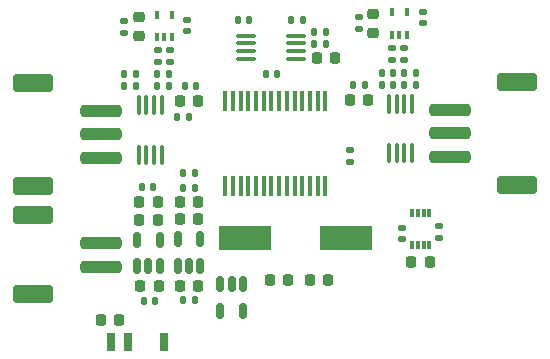
<source format=gbp>
G04 #@! TF.GenerationSoftware,KiCad,Pcbnew,8.0.7*
G04 #@! TF.CreationDate,2025-04-02T23:58:34+11:00*
G04 #@! TF.ProjectId,Ganglion_01,47616e67-6c69-46f6-9e5f-30312e6b6963,01*
G04 #@! TF.SameCoordinates,Original*
G04 #@! TF.FileFunction,Paste,Bot*
G04 #@! TF.FilePolarity,Positive*
%FSLAX46Y46*%
G04 Gerber Fmt 4.6, Leading zero omitted, Abs format (unit mm)*
G04 Created by KiCad (PCBNEW 8.0.7) date 2025-04-02 23:58:34*
%MOMM*%
%LPD*%
G01*
G04 APERTURE LIST*
G04 Aperture macros list*
%AMRoundRect*
0 Rectangle with rounded corners*
0 $1 Rounding radius*
0 $2 $3 $4 $5 $6 $7 $8 $9 X,Y pos of 4 corners*
0 Add a 4 corners polygon primitive as box body*
4,1,4,$2,$3,$4,$5,$6,$7,$8,$9,$2,$3,0*
0 Add four circle primitives for the rounded corners*
1,1,$1+$1,$2,$3*
1,1,$1+$1,$4,$5*
1,1,$1+$1,$6,$7*
1,1,$1+$1,$8,$9*
0 Add four rect primitives between the rounded corners*
20,1,$1+$1,$2,$3,$4,$5,0*
20,1,$1+$1,$4,$5,$6,$7,0*
20,1,$1+$1,$6,$7,$8,$9,0*
20,1,$1+$1,$8,$9,$2,$3,0*%
G04 Aperture macros list end*
%ADD10R,0.300000X0.700000*%
%ADD11RoundRect,0.140000X0.140000X0.170000X-0.140000X0.170000X-0.140000X-0.170000X0.140000X-0.170000X0*%
%ADD12RoundRect,0.225000X-0.225000X-0.250000X0.225000X-0.250000X0.225000X0.250000X-0.225000X0.250000X0*%
%ADD13RoundRect,0.140000X-0.140000X-0.170000X0.140000X-0.170000X0.140000X0.170000X-0.140000X0.170000X0*%
%ADD14RoundRect,0.135000X-0.135000X-0.185000X0.135000X-0.185000X0.135000X0.185000X-0.135000X0.185000X0*%
%ADD15RoundRect,0.135000X0.135000X0.185000X-0.135000X0.185000X-0.135000X-0.185000X0.135000X-0.185000X0*%
%ADD16R,0.700000X1.500000*%
%ADD17RoundRect,0.100000X0.100000X-0.712500X0.100000X0.712500X-0.100000X0.712500X-0.100000X-0.712500X0*%
%ADD18R,0.450000X1.750000*%
%ADD19RoundRect,0.150000X0.150000X-0.512500X0.150000X0.512500X-0.150000X0.512500X-0.150000X-0.512500X0*%
%ADD20RoundRect,0.150000X-0.150000X0.512500X-0.150000X-0.512500X0.150000X-0.512500X0.150000X0.512500X0*%
%ADD21RoundRect,0.225000X0.225000X0.250000X-0.225000X0.250000X-0.225000X-0.250000X0.225000X-0.250000X0*%
%ADD22RoundRect,0.225000X0.250000X-0.225000X0.250000X0.225000X-0.250000X0.225000X-0.250000X-0.225000X0*%
%ADD23RoundRect,0.100000X0.712500X0.100000X-0.712500X0.100000X-0.712500X-0.100000X0.712500X-0.100000X0*%
%ADD24RoundRect,0.250000X1.500000X-0.250000X1.500000X0.250000X-1.500000X0.250000X-1.500000X-0.250000X0*%
%ADD25RoundRect,0.250001X1.449999X-0.499999X1.449999X0.499999X-1.449999X0.499999X-1.449999X-0.499999X0*%
%ADD26RoundRect,0.135000X0.185000X-0.135000X0.185000X0.135000X-0.185000X0.135000X-0.185000X-0.135000X0*%
%ADD27R,0.400000X0.650000*%
%ADD28R,4.500000X2.000000*%
%ADD29RoundRect,0.140000X-0.170000X0.140000X-0.170000X-0.140000X0.170000X-0.140000X0.170000X0.140000X0*%
%ADD30RoundRect,0.250000X-1.500000X0.250000X-1.500000X-0.250000X1.500000X-0.250000X1.500000X0.250000X0*%
%ADD31RoundRect,0.250001X-1.449999X0.499999X-1.449999X-0.499999X1.449999X-0.499999X1.449999X0.499999X0*%
%ADD32RoundRect,0.140000X0.170000X-0.140000X0.170000X0.140000X-0.170000X0.140000X-0.170000X-0.140000X0*%
%ADD33RoundRect,0.135000X-0.185000X0.135000X-0.185000X-0.135000X0.185000X-0.135000X0.185000X0.135000X0*%
G04 APERTURE END LIST*
D10*
X134050000Y-49325000D03*
X134550000Y-49325000D03*
X135050000Y-49325000D03*
X135550000Y-49325000D03*
X135550000Y-52075000D03*
X135050000Y-52075000D03*
X134550000Y-52075000D03*
X134050000Y-52075000D03*
D11*
X132480000Y-38500000D03*
X131520000Y-38500000D03*
X132480000Y-37500000D03*
X131520000Y-37500000D03*
X110680000Y-37600000D03*
X109720000Y-37600000D03*
X110680000Y-38600000D03*
X109720000Y-38600000D03*
D12*
X128825000Y-39800000D03*
X130375000Y-39800000D03*
X114425000Y-39900000D03*
X115975000Y-39900000D03*
X114425000Y-55493750D03*
X115975000Y-55493750D03*
D13*
X114720000Y-56693750D03*
X115680000Y-56693750D03*
X114720000Y-46000000D03*
X115680000Y-46000000D03*
X114720000Y-47193750D03*
X115680000Y-47193750D03*
D12*
X114425000Y-49893750D03*
X115975000Y-49893750D03*
D13*
X114820000Y-38600000D03*
X115780000Y-38600000D03*
D12*
X114425000Y-48393750D03*
X115975000Y-48393750D03*
X111075000Y-55537500D03*
X112625000Y-55537500D03*
D13*
X111370000Y-56837500D03*
X112330000Y-56837500D03*
X111182500Y-47137500D03*
X112142500Y-47137500D03*
D12*
X110975000Y-49937500D03*
X112525000Y-49937500D03*
X110975000Y-48437500D03*
X112525000Y-48437500D03*
D14*
X112490000Y-38600000D03*
X113510000Y-38600000D03*
X133390000Y-38500000D03*
X134410000Y-38500000D03*
X133390000Y-37500000D03*
X134410000Y-37500000D03*
X125790000Y-35000000D03*
X126810000Y-35000000D03*
X112490000Y-37600000D03*
X113510000Y-37600000D03*
X129090000Y-38500000D03*
X130110000Y-38500000D03*
D15*
X115210000Y-41200000D03*
X114190000Y-41200000D03*
D16*
X113050000Y-60237500D03*
X110050000Y-60237500D03*
X108550000Y-60237500D03*
D17*
X134075000Y-44312500D03*
X133425000Y-44312500D03*
X132775000Y-44312500D03*
X132125000Y-44312500D03*
X132125000Y-40087500D03*
X132775000Y-40087500D03*
X133425000Y-40087500D03*
X134075000Y-40087500D03*
X112875000Y-44412500D03*
X112225000Y-44412500D03*
X111575000Y-44412500D03*
X110925000Y-44412500D03*
X110925000Y-40187500D03*
X111575000Y-40187500D03*
X112225000Y-40187500D03*
X112875000Y-40187500D03*
D18*
X118275000Y-39900000D03*
X118925000Y-39900000D03*
X119575000Y-39900000D03*
X120225000Y-39900000D03*
X120875000Y-39900000D03*
X121525000Y-39900000D03*
X122175000Y-39900000D03*
X122825000Y-39900000D03*
X123475000Y-39900000D03*
X124125000Y-39900000D03*
X124775000Y-39900000D03*
X125425000Y-39900000D03*
X126075000Y-39900000D03*
X126725000Y-39900000D03*
X126725000Y-47100000D03*
X126075000Y-47100000D03*
X125425000Y-47100000D03*
X124775000Y-47100000D03*
X124125000Y-47100000D03*
X123475000Y-47100000D03*
X122825000Y-47100000D03*
X122175000Y-47100000D03*
X121525000Y-47100000D03*
X120875000Y-47100000D03*
X120225000Y-47100000D03*
X119575000Y-47100000D03*
X118925000Y-47100000D03*
X118275000Y-47100000D03*
D19*
X116150000Y-53831250D03*
X115200000Y-53831250D03*
X114250000Y-53831250D03*
X114250000Y-51556250D03*
X116150000Y-51556250D03*
D20*
X117850000Y-55362500D03*
X118800000Y-55362500D03*
X119750000Y-55362500D03*
X119750000Y-57637500D03*
X117850000Y-57637500D03*
D19*
X112700000Y-53875000D03*
X111750000Y-53875000D03*
X110800000Y-53875000D03*
X110800000Y-51600000D03*
X112700000Y-51600000D03*
D21*
X109275000Y-58400000D03*
X107725000Y-58400000D03*
D22*
X130800000Y-34075000D03*
X130800000Y-32525000D03*
D12*
X126015000Y-36200000D03*
X127565000Y-36200000D03*
D11*
X122680000Y-37600000D03*
X121720000Y-37600000D03*
D23*
X124212500Y-34325000D03*
X124212500Y-34975000D03*
X124212500Y-35625000D03*
X124212500Y-36275000D03*
X119987500Y-36275000D03*
X119987500Y-35625000D03*
X119987500Y-34975000D03*
X119987500Y-34325000D03*
D12*
X125425000Y-55000000D03*
X126975000Y-55000000D03*
D24*
X107750000Y-53900000D03*
X107750000Y-51900000D03*
D25*
X102000000Y-56250000D03*
X102000000Y-49550000D03*
D12*
X134025000Y-53500000D03*
X135575000Y-53500000D03*
D21*
X123575000Y-55000000D03*
X122025000Y-55000000D03*
D22*
X110950000Y-34325000D03*
X110950000Y-32775000D03*
D26*
X129600000Y-33810000D03*
X129600000Y-32790000D03*
X132400000Y-36410000D03*
X132400000Y-35390000D03*
X109700000Y-34110000D03*
X109700000Y-33090000D03*
D27*
X133650000Y-34250000D03*
X133000000Y-34250000D03*
X132350000Y-34250000D03*
X132350000Y-32350000D03*
X133650000Y-32350000D03*
D26*
X113550000Y-36560000D03*
X113550000Y-35540000D03*
X133400000Y-36410000D03*
X133400000Y-35390000D03*
D27*
X113750000Y-34450000D03*
X113100000Y-34450000D03*
X112450000Y-34450000D03*
X112450000Y-32550000D03*
X113750000Y-32550000D03*
D28*
X119950000Y-51500000D03*
X128450000Y-51500000D03*
D29*
X133200000Y-50620000D03*
X133200000Y-51580000D03*
D14*
X123790000Y-33000000D03*
X124810000Y-33000000D03*
D30*
X137250000Y-40600000D03*
X137250000Y-42600000D03*
X137250000Y-44600000D03*
D31*
X143000000Y-38250000D03*
X143000000Y-46950000D03*
D32*
X115050000Y-33930000D03*
X115050000Y-32970000D03*
X135000000Y-33280000D03*
X135000000Y-32320000D03*
D26*
X136400000Y-51500000D03*
X136400000Y-50480000D03*
D24*
X107750000Y-44700000D03*
X107750000Y-42700000D03*
X107750000Y-40700000D03*
D25*
X102000000Y-47050000D03*
X102000000Y-38350000D03*
D33*
X128800000Y-43990000D03*
X128800000Y-45010000D03*
D15*
X126810000Y-34000000D03*
X125790000Y-34000000D03*
D11*
X120280000Y-33000000D03*
X119320000Y-33000000D03*
D26*
X112550000Y-36560000D03*
X112550000Y-35540000D03*
M02*

</source>
